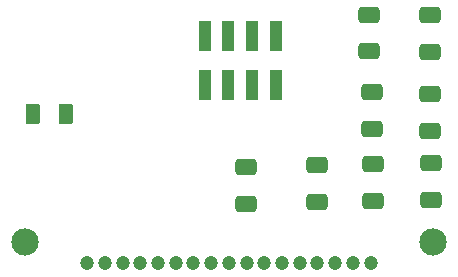
<source format=gbr>
%TF.GenerationSoftware,KiCad,Pcbnew,7.0.2-0*%
%TF.CreationDate,2023-11-12T18:26:11-05:00*%
%TF.ProjectId,LCD Module,4c434420-4d6f-4647-956c-652e6b696361,rev?*%
%TF.SameCoordinates,Original*%
%TF.FileFunction,Soldermask,Bot*%
%TF.FilePolarity,Negative*%
%FSLAX46Y46*%
G04 Gerber Fmt 4.6, Leading zero omitted, Abs format (unit mm)*
G04 Created by KiCad (PCBNEW 7.0.2-0) date 2023-11-12 18:26:11*
%MOMM*%
%LPD*%
G01*
G04 APERTURE LIST*
G04 Aperture macros list*
%AMRoundRect*
0 Rectangle with rounded corners*
0 $1 Rounding radius*
0 $2 $3 $4 $5 $6 $7 $8 $9 X,Y pos of 4 corners*
0 Add a 4 corners polygon primitive as box body*
4,1,4,$2,$3,$4,$5,$6,$7,$8,$9,$2,$3,0*
0 Add four circle primitives for the rounded corners*
1,1,$1+$1,$2,$3*
1,1,$1+$1,$4,$5*
1,1,$1+$1,$6,$7*
1,1,$1+$1,$8,$9*
0 Add four rect primitives between the rounded corners*
20,1,$1+$1,$2,$3,$4,$5,0*
20,1,$1+$1,$4,$5,$6,$7,0*
20,1,$1+$1,$6,$7,$8,$9,0*
20,1,$1+$1,$8,$9,$2,$3,0*%
G04 Aperture macros list end*
%ADD10C,1.200000*%
%ADD11C,2.310000*%
%ADD12R,1.000000X2.580000*%
%ADD13RoundRect,0.250000X-0.650000X0.412500X-0.650000X-0.412500X0.650000X-0.412500X0.650000X0.412500X0*%
%ADD14RoundRect,0.250000X-0.375000X-0.625000X0.375000X-0.625000X0.375000X0.625000X-0.375000X0.625000X0*%
G04 APERTURE END LIST*
D10*
%TO.C,LCDScreen1*%
X111042500Y-93955000D03*
X112542500Y-93955000D03*
X114042500Y-93955000D03*
X115542500Y-93955000D03*
X117042500Y-93955000D03*
X118542500Y-93955000D03*
X120042500Y-93955000D03*
X121542500Y-93955000D03*
X123042500Y-93955000D03*
X124542500Y-93955000D03*
X126042500Y-93955000D03*
X127542500Y-93955000D03*
X129042500Y-93955000D03*
X130542500Y-93955000D03*
X132042500Y-93955000D03*
X133542500Y-93955000D03*
X135042500Y-93955000D03*
D11*
X105742500Y-92155000D03*
X140342500Y-92155000D03*
%TD*%
D12*
%TO.C,J1*%
X121000000Y-74700000D03*
X121000000Y-78870000D03*
X123000000Y-74700000D03*
X123000000Y-78870000D03*
X125000000Y-74700000D03*
X125000000Y-78870000D03*
X127000000Y-74700000D03*
X127000000Y-78870000D03*
%TD*%
D13*
%TO.C,C5*%
X140108800Y-72927900D03*
X140108800Y-76052900D03*
%TD*%
%TO.C,C6*%
X134874700Y-72889400D03*
X134874700Y-76014400D03*
%TD*%
%TO.C,C8*%
X140185800Y-85428200D03*
X140185800Y-88553200D03*
%TD*%
%TO.C,C7*%
X140108800Y-79586000D03*
X140108800Y-82711000D03*
%TD*%
%TO.C,C1*%
X124460000Y-85775000D03*
X124460000Y-88900000D03*
%TD*%
%TO.C,C2*%
X130525800Y-85620600D03*
X130525800Y-88745600D03*
%TD*%
D14*
%TO.C,R1*%
X106420000Y-81280000D03*
X109220000Y-81280000D03*
%TD*%
D13*
%TO.C,C4*%
X135144100Y-79470500D03*
X135144100Y-82595500D03*
%TD*%
%TO.C,C3*%
X135221100Y-85582100D03*
X135221100Y-88707100D03*
%TD*%
M02*

</source>
